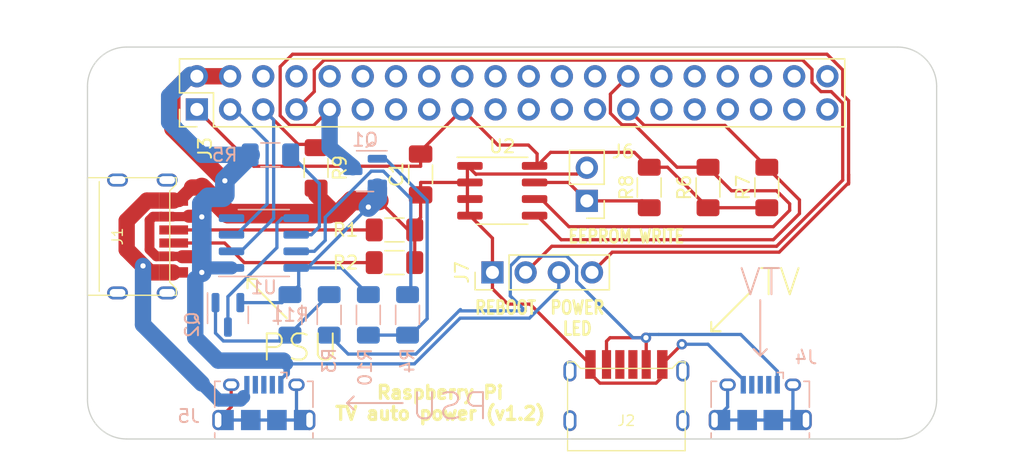
<source format=kicad_pcb>
(kicad_pcb (version 20211014) (generator pcbnew)
  (layers (0 "F.Cu" signal) (31 "B.Cu" signal) (34 "B.Paste" user) (35 "F.Paste" user) (36 "B.SilkS" user "B.Silkscreen") (37 "F.SilkS" user "F.Silkscreen") (38 "B.Mask" user) (39 "F.Mask" user) (44 "Edge.Cuts" user))
  (net 0 "")
  (net 1 "GND")
  (net 2 "+3V3")
  (net 3 "Net-(J1-PadA5)")
  (net 4 "+5V")
  (net 5 "Net-(J1-PadB5)")
  (net 7 "Net-(J2-PadA9)")
  (net 9 "gpio_shutdown")
  (net 10 "gpio_poweroff")
  (net 11 "gpio_reboot")
  (net 29 "eeprom_sd")
  (net 30 "eeprom_sc")
  (net 46 "unconnected-(J4-Pad6)")
  (net 50 "unconnected-(J5-Pad6)")
  (net 51 "Net-(J6-Pad1)")
  (net 52 "Net-(Q1-Pad1)")
  (net 53 "Net-(Q2-Pad1)")
  (net 54 "Net-(Q2-Pad3)")
  (net 55 "Net-(R4-Pad1)")
  (net 56 "Net-(R5-Pad1)")
  (net 57 "unconnected-(U1-Pad4)")
  (net 59 "Net-(J3-Pad9)")
  (footprint "Resistor_SMD:R_1206_3216Metric_Pad1.30x1.75mm_HandSolder" (layer "F.Cu") (at 106.5 42.75 90)
    (fp_text reference "R6" (at 0 -1.82 90) (layer "F.SilkS"))
    (fp_text value "R 3.9K")
    (pad "1" smd roundrect (at -1.55 0 90) (size 1.3 1.75) (layers "F.Cu" "F.Paste" "F.Mask") (roundrect_rratio 0.1923076923) (net 2 "+3V3"))
    (pad "2" smd roundrect (at 1.55 0 90) (size 1.3 1.75) (layers "F.Cu" "F.Paste" "F.Mask") (roundrect_rratio 0.1923076923) (net 30 "eeprom_sc"))
  )
  (footprint "Resistor_SMD:R_1206_3216Metric_Pad1.30x1.75mm_HandSolder" (layer "F.Cu") (at 111 42.75 90)
    (fp_text reference "R7" (at 0 -1.82 90) (layer "F.SilkS"))
    (fp_text value "R 3.9K")
    (pad "1" smd roundrect (at -1.55 0 90) (size 1.3 1.75) (layers "F.Cu" "F.Paste" "F.Mask") (roundrect_rratio 0.1923076923) (net 2 "+3V3"))
    (pad "2" smd roundrect (at 1.55 0 90) (size 1.3 1.75) (layers "F.Cu" "F.Paste" "F.Mask") (roundrect_rratio 0.1923076923) (net 29 "eeprom_sd"))
  )
  (footprint "Package_SO:SOIC-8_3.9x4.9mm_P1.27mm" (layer "F.Cu") (at 90.75 43)
    (fp_text reference "U2" (at 0 -3.4) (layer "F.SilkS"))
    (fp_text value "CAT24C32WI-GT3")
    (pad "1" smd roundrect (at -2.475 -1.905) (size 1.95 0.6) (layers "F.Cu" "F.Paste" "F.Mask") (net 1 "GND"))
    (pad "2" smd roundrect (at -2.475 -0.635) (size 1.95 0.6) (layers "F.Cu" "F.Paste" "F.Mask") (net 1 "GND"))
    (pad "3" smd roundrect (at -2.475 0.635) (size 1.95 0.6) (layers "F.Cu" "F.Paste" "F.Mask") (net 1 "GND"))
    (pad "4" smd roundrect (at -2.475 1.905) (size 1.95 0.6) (layers "F.Cu" "F.Paste" "F.Mask") (net 1 "GND"))
    (pad "5" smd roundrect (at 2.475 1.905) (size 1.95 0.6) (layers "F.Cu" "F.Paste" "F.Mask") (net 29 "eeprom_sd"))
    (pad "6" smd roundrect (at 2.475 0.635) (size 1.95 0.6) (layers "F.Cu" "F.Paste" "F.Mask") (net 30 "eeprom_sc"))
    (pad "7" smd roundrect (at 2.475 -0.635) (size 1.95 0.6) (layers "F.Cu" "F.Paste" "F.Mask") (net 51 "Net-(J6-Pad1)"))
    (pad "8" smd roundrect (at 2.475 -1.905) (size 1.95 0.6) (layers "F.Cu" "F.Paste" "F.Mask") (net 2 "+3V3"))
  )
  (footprint "Resistor_SMD:R_1206_3216Metric_Pad1.30x1.75mm_HandSolder" (layer "F.Cu") (at 102 42.75 -90)
    (fp_text reference "R8" (at 0 1.75 90) (layer "F.SilkS"))
    (fp_text value "R 1K")
    (pad "1" smd roundrect (at -1.55 0 270) (size 1.3 1.75) (layers "F.Cu" "F.Paste" "F.Mask") (roundrect_rratio 0.1923076923) (net 2 "+3V3"))
    (pad "2" smd roundrect (at 1.55 0 270) (size 1.3 1.75) (layers "F.Cu" "F.Paste" "F.Mask") (roundrect_rratio 0.1923076923) (net 51 "Net-(J6-Pad1)"))
  )
  (footprint "Connector_PinHeader_2.54mm:PinHeader_2x20_P2.54mm_Vertical" (layer "F.Cu") (at 67.375 36.775 90)
    (fp_text reference "J3" (at -2.975 0.625 90) (layer "F.SilkS"))
    (fp_text value "Raspberry_Pi_2_3")
    (pad "1" thru_hole rect (at 0 0 90) (size 1.7 1.7) (drill 1) (layers *.Cu *.Mask) (net 2 "+3V3"))
    (pad "2" thru_hole oval (at 2.54 0 90) (size 1.7 1.7) (drill 1) (layers *.Cu *.Mask) (net 4 "+5V"))
    (pad "3" thru_hole oval (at 0 2.54 90) (size 1.7 1.7) (drill 1) (layers *.Cu *.Mask) (net 9 "gpio_shutdown"))
    (pad "4" thru_hole oval (at 2.54 2.54 90) (size 1.7 1.7) (drill 1) (layers *.Cu *.Mask) (net 4 "+5V"))
    (pad "5" thru_hole oval (at 0 5.08 90) (size 1.7 1.7) (drill 1) (layers *.Cu *.Mask) (net 10 "gpio_poweroff"))
    (pad "6" thru_hole oval (at 2.54 5.08 90) (size 1.7 1.7) (drill 1) (layers *.Cu *.Mask))
    (pad "7" thru_hole oval (at 0 7.62 90) (size 1.7 1.7) (drill 1) (layers *.Cu *.Mask) (net 11 "gpio_reboot"))
    (pad "8" thru_hole oval (at 2.54 7.62 90) (size 1.7 1.7) (drill 1) (layers *.Cu *.Mask))
    (pad "9" thru_hole oval (at 0 10.16 90) (size 1.7 1.7) (drill 1) (layers *.Cu *.Mask) (net 59 "Net-(J3-Pad9)"))
    (pad "10" thru_hole oval (at 2.54 10.16 90) (size 1.7 1.7) (drill 1) (layers *.Cu *.Mask))
    (pad "11" thru_hole oval (at 0 12.7 90) (size 1.7 1.7) (drill 1) (layers *.Cu *.Mask))
    (pad "12" thru_hole oval (at 2.54 12.7 90) (size 1.7 1.7) (drill 1) (layers *.Cu *.Mask))
    (pad "13" thru_hole oval (at 0 15.24 90) (size 1.7 1.7) (drill 1) (layers *.Cu *.Mask))
    (pad "14" thru_hole oval (at 2.54 15.24 90) (size 1.7 1.7) (drill 1) (layers *.Cu *.Mask))
    (pad "15" thru_hole oval (at 0 17.78 90) (size 1.7 1.7) (drill 1) (layers *.Cu *.Mask))
    (pad "16" thru_hole oval (at 2.54 17.78 90) (size 1.7 1.7) (drill 1) (layers *.Cu *.Mask))
    (pad "17" thru_hole oval (at 0 20.32 90) (size 1.7 1.7) (drill 1) (layers *.Cu *.Mask) (net 2 "+3V3"))
    (pad "18" thru_hole oval (at 2.54 20.32 90) (size 1.7 1.7) (drill 1) (layers *.Cu *.Mask))
    (pad "19" thru_hole oval (at 0 22.86 90) (size 1.7 1.7) (drill 1) (layers *.Cu *.Mask))
    (pad "20" thru_hole oval (at 2.54 22.86 90) (size 1.7 1.7) (drill 1) (layers *.Cu *.Mask))
    (pad "21" thru_hole oval (at 0 25.4 90) (size 1.7 1.7) (drill 1) (layers *.Cu *.Mask))
    (pad "22" thru_hole oval (at 2.54 25.4 90) (size 1.7 1.7) (drill 1) (layers *.Cu *.Mask))
    (pad "23" thru_hole oval (at 0 27.94 90) (size 1.7 1.7) (drill 1) (layers *.Cu *.Mask))
    (pad "24" thru_hole oval (at 2.54 27.94 90) (size 1.7 1.7) (drill 1) (layers *.Cu *.Mask))
    (pad "25" thru_hole oval (at 0 30.48 90) (size 1.7 1.7) (drill 1) (layers *.Cu *.Mask))
    (pad "26" thru_hole oval (at 2.54 30.48 90) (size 1.7 1.7) (drill 1) (layers *.Cu *.Mask))
    (pad "27" thru_hole oval (at 0 33.02 90) (size 1.7 1.7) (drill 1) (layers *.Cu *.Mask) (net 29 "eeprom_sd"))
    (pad "28" thru_hole oval (at 2.54 33.02 90) (size 1.7 1.7) (drill 1) (layers *.Cu *.Mask) (net 30 "eeprom_sc"))
    (pad "29" thru_hole oval (at 0 35.56 90) (size 1.7 1.7) (drill 1) (layers *.Cu *.Mask))
    (pad "30" thru_hole oval (at 2.54 35.56 90) (size 1.7 1.7) (drill 1) (layers *.Cu *.Mask))
    (pad "31" thru_hole oval (at 0 38.1 90) (size 1.7 1.7) (drill 1) (layers *.Cu *.Mask))
    (pad "32" thru_hole oval (at 2.54 38.1 90) (size 1.7 1.7) (drill 1) (layers *.Cu *.Mask))
    (pad "33" thru_hole oval (at 0 40.64 90) (size 1.7 1.7) (drill 1) (layers *.Cu *.Mask))
    (pad "34" thru_hole oval (at 2.54 40.64 90) (size 1.7 1.7) (drill 1) (layers *.Cu *.Mask))
    (pad "35" thru_hole oval (at 0 43.18 90) (size 1.7 1.7) (drill 1) (layers *.Cu *.Mask))
    (pad "36" thru_hole oval (at 2.54 43.18 90) (size 1.7 1.7) (drill 1) (layers *.Cu *.Mask))
    (pad "37" thru_hole oval (at 0 45.72 90) (size 1.7 1.7) (drill 1) (layers *.Cu *.Mask))
    (pad "38" thru_hole oval (at 2.54 45.72 90) (size 1.7 1.7) (drill 1) (layers *.Cu *.Mask))
    (pad "39" thru_hole oval (at 0 48.26 90) (size 1.7 1.7) (drill 1) (layers *.Cu *.Mask))
    (pad "40" thru_hole oval (at 2.54 48.26 90) (size 1.7 1.7) (drill 1) (layers *.Cu *.Mask))
  )
  (footprint "MountingHole:MountingHole_2.7mm_M2.5" (layer "F.Cu") (at 62.5 35.5)
    (fp_text reference "H2" hide)
    (fp_text value "MountingHole_2.7mm_M2.5")
    (pad "" np_thru_hole circle (at 0 0) (size 2.7 2.7) (drill 2.7) (layers *.Cu *.Mask))
  )
  (footprint "MountingHole:MountingHole_2.7mm_M2.5" (layer "F.Cu") (at 120.5 58.5)
    (fp_text reference "H4" hide)
    (fp_text value "MountingHole_2.7mm_M2.5")
    (pad "" np_thru_hole circle (at 0 0) (size 2.7 2.7) (drill 2.7) (layers *.Cu *.Mask))
    (pad "" np_thru_hole circle (at 0 0) (size 2.7 2.7) (drill 2.7) (layers *.Cu *.Mask))
  )
  (footprint "Connector_PinHeader_2.54mm:PinHeader_1x04_P2.54mm_Vertical" (layer "F.Cu") (at 90 49.25 90)
    (fp_text reference "J7" (at 0 -2.33 90) (layer "F.SilkS"))
    (fp_text value "POWER LED / REBOOT KEY")
    (pad "1" thru_hole rect (at 0 0 90) (size 1.7 1.7) (drill 1) (layers *.Cu *.Mask) (net 1 "GND"))
    (pad "2" thru_hole oval (at 0 2.54 90) (size 1.7 1.7) (drill 1) (layers *.Cu *.Mask) (net 11 "gpio_reboot"))
    (pad "3" thru_hole oval (at 0 5.08 90) (size 1.7 1.7) (drill 1) (layers *.Cu *.Mask) (net 4 "+5V"))
    (pad "4" thru_hole oval (at 0 7.62 90) (size 1.7 1.7) (drill 1) (layers *.Cu *.Mask) (net 59 "Net-(J3-Pad9)"))
  )
  (footprint "Resistor_SMD:R_1206_3216Metric_Pad1.30x1.75mm_HandSolder" (layer "F.Cu") (at 76.5 41.25 -90)
    (fp_text reference "R9" (at 0 -1.82 90) (layer "F.SilkS"))
    (fp_text value "R10k")
    (pad "1" smd roundrect (at -1.55 0 270) (size 1.3 1.75) (layers "F.Cu" "F.Paste" "F.Mask") (roundrect_rratio 0.1923076923) (net 10 "gpio_poweroff"))
    (pad "2" smd roundrect (at 1.55 0 270) (size 1.3 1.75) (layers "F.Cu" "F.Paste" "F.Mask") (roundrect_rratio 0.1923076923) (net 1 "GND"))
  )
  (footprint "USB-C-Power-tester:TYPE-C-31-M-17_handsolder" (layer "F.Cu") (at 100.25 60.6)
    (fp_text reference "J2" (at 0 0) (layer "F.SilkS") (effects (font (size 0.8 0.8) (thickness 0.1))))
    (fp_text value "USB_C_TV")
    (pad "1" thru_hole roundrect locked (at 4.32 -3.8) (size 1 1.6) (drill oval 0.6 1.2) (layers *.Cu *.Mask) (roundrect_rratio 0.5))
    (pad "1" thru_hole roundrect locked (at -4.32 -3.8) (size 1 1.6) (drill oval 0.6 1.2) (layers *.Cu *.Mask) (roundrect_rratio 0.5))
    (pad "1" thru_hole roundrect locked (at 4.32 0) (size 1 1.6) (drill oval 0.6 1.2) (layers *.Cu *.Mask) (roundrect_rratio 0.5))
    (pad "1" thru_hole roundrect locked (at -4.32 0) (size 1 1.6) (drill oval 0.6 1.2) (layers *.Cu *.Mask) (roundrect_rratio 0.5))
    (pad "A5" smd rect locked (at -0.5 -4.3) (size 0.7 2.2) (layers "F.Cu" "F.Paste" "F.Mask"))
    (pad "A9" smd rect locked (at 1.52 -4.3) (size 0.7 2.2) (layers "F.Cu" "F.Paste" "F.Mask") (net 7 "Net-(J2-PadA9)"))
    (pad "A12" smd rect locked (at 2.75 -4.3) (size 0.8 2.2) (layers "F.Cu" "F.Paste" "F.Mask") (net 1 "GND"))
    (pad "B5" smd rect locked (at 0.5 -4.3) (size 0.7 2.2) (layers "F.Cu" "F.Paste" "F.Mask"))
    (pad "B9" smd rect locked (at -1.52 -4.3) (size 0.7 2.2) (layers "F.Cu" "F.Paste" "F.Mask") (net 7 "Net-(J2-PadA9)"))
    (pad "B12" smd rect locked (at -2.75 -4.3) (size 0.8 2.2) (layers "F.Cu" "F.Paste" "F.Mask") (net 1 "GND"))
  )
  (footprint "Resistor_SMD:R_1206_3216Metric_Pad1.30x1.75mm_HandSolder" (layer "F.Cu") (at 82.5 46)
    (fp_text reference "R1" (at -3.75 0) (layer "F.SilkS"))
    (fp_text value "R 5k1")
    (pad "1" smd roundrect (at -1.55 0) (size 1.3 1.75) (layers "F.Cu" "F.Paste" "F.Mask") (roundrect_rratio 0.1923076923) (net 3 "Net-(J1-PadA5)"))
    (pad "2" smd roundrect (at 1.55 0) (size 1.3 1.75) (layers "F.Cu" "F.Paste" "F.Mask") (roundrect_rratio 0.1923076923) (net 1 "GND"))
  )
  (footprint "MountingHole:MountingHole_2.7mm_M2.5" (layer "F.Cu") (at 120.5 35.5)
    (fp_text reference "H3" hide)
    (fp_text value "MountingHole_2.7mm_M2.5")
    (pad "" np_thru_hole circle (at 0 0) (size 2.7 2.7) (drill 2.7) (layers *.Cu *.Mask))
    (pad "" np_thru_hole circle (at 0 0) (size 2.7 2.7) (drill 2.7) (layers *.Cu *.Mask))
  )
  (footprint "Capacitor_SMD:C_1206_3216Metric_Pad1.33x1.80mm_HandSolder" (layer "F.Cu") (at 84.5 41.75 90)
    (fp_text reference "C1" (at 0 -1.85 90) (layer "F.SilkS"))
    (fp_text value "C 100n")
    (pad "1" smd roundrect (at -1.5625 0 90) (size 1.325 1.8) (layers "F.Cu" "F.Paste" "F.Mask") (roundrect_rratio 0.1886792453) (net 1 "GND"))
    (pad "2" smd roundrect (at 1.5625 0 90) (size 1.325 1.8) (layers "F.Cu" "F.Paste" "F.Mask") (roundrect_rratio 0.1886792453) (net 2 "+3V3"))
  )
  (footprint "Connector_PinHeader_2.54mm:PinHeader_1x02_P2.54mm_Vertical" (layer "F.Cu") (at 97.225 43.775 180)
    (fp_text reference "J6" (at -2.775 3.775) (layer "F.SilkS"))
    (fp_text value "EEPROM WRITE")
    (pad "1" thru_hole rect (at 0 0 180) (size 1.7 1.7) (drill 1) (layers *.Cu *.Mask) (net 51 "Net-(J6-Pad1)"))
    (pad "2" thru_hole oval (at 0 2.54 180) (size 1.7 1.7) (drill 1) (layers *.Cu *.Mask) (net 1 "GND"))
  )
  (footprint "USB-C-Power-tester:TYPE-C-31-M-17_handsolder" (layer "F.Cu") (at 61.3 46.5 -90)
    (fp_text reference "J1" (at 0 0 -90) (layer "F.SilkS") (effects (font (size 0.8 0.8) (thickness 0.1))))
    (fp_text value "USB_C_MAIN")
    (pad "1" thru_hole roundrect locked (at 4.32 -3.8 270) (size 1 1.6) (drill oval 0.6 1.2) (layers *.Cu *.Mask) (roundrect_rratio 0.5))
    (pad "1" thru_hole roundrect locked (at -4.32 -3.8 270) (size 1 1.6) (drill oval 0.6 1.2) (layers *.Cu *.Mask) (roundrect_rratio 0.5))
    (pad "1" thru_hole roundrect locked (at -4.32 0 270) (size 1 1.6) (drill oval 0.6 1.2) (layers *.Cu *.Mask) (roundrect_rratio 0.5))
    (pad "1" thru_hole roundrect locked (at 4.32 0 270) (size 1 1.6) (drill oval 0.6 1.2) (layers *.Cu *.Mask) (roundrect_rratio 0.5))
    (pad "A5" smd rect locked (at -0.5 -4.3 270) (size 0.7 2.2) (layers "F.Cu" "F.Paste" "F.Mask") (net 3 "Net-(J1-PadA5)"))
    (pad "A9" smd rect locked (at 1.52 -4.3 270) (size 0.7 2.2) (layers "F.Cu" "F.Paste" "F.Mask") (net 4 "+5V"))
    (pad "A12" smd rect locked (at 2.75 -4.3 270) (size 0.8 2.2) (layers "F.Cu" "F.Paste" "F.Mask") (net 1 "GND"))
    (pad "B5" smd rect locked (at 0.5 -4.3 270) (size 0.7 2.2) (layers "F.Cu" "F.Paste" "F.Mask") (net 5 "Net-(J1-PadB5)"))
    (pad "B9" smd rect locked (at -1.52 -4.3 270) (size 0.7 2.2) (layers "F.Cu" "F.Paste" "F.Mask") (net 4 "+5V"))
    (pad "B12" smd rect locked (at -2.75 -4.3 270) (size 0.8 2.2) (layers "F.Cu" "F.Paste" "F.Mask") (net 1 "GND"))
  )
  (footprint "MountingHole:MountingHole_2.7mm_M2.5" (layer "F.Cu") (at 62.5 58.5)
    (fp_text reference "H1" hide)
    (fp_text value "MountingHole_2.7mm_M2.5")
    (pad "" np_thru_hole circle (at 0 0) (size 2.7 2.7) (drill 2.7) (layers *.Cu *.Mask))
    (pad "" np_thru_hole circle (at 0 0) (size 2.7 2.7) (drill 2.7) (layers *.Cu *.Mask))
  )
  (footprint "Resistor_SMD:R_1206_3216Metric_Pad1.30x1.75mm_HandSolder" (layer "F.Cu") (at 82.5 48.5)
    (fp_text reference "R2" (at -3.75 0) (layer "F.SilkS"))
    (fp_text value "R 5k1")
    (pad "1" smd roundrect (at -1.55 0) (size 1.3 1.75) (layers "F.Cu" "F.Paste" "F.Mask") (roundrect_rratio 0.1923076923) (net 5 "Net-(J1-PadB5)"))
    (pad "2" smd roundrect (at 1.55 0) (size 1.3 1.75) (layers "F.Cu" "F.Paste" "F.Mask") (roundrect_rratio 0.1923076923) (net 1 "GND"))
  )
  (footprint "Package_TO_SOT_SMD:SOT-23" (layer "B.Cu") (at 69.75 52.5 -90)
    (fp_text reference "Q2" (at 0.75 2.75 90) (layer "B.SilkS") (effects (justify mirror)))
    (fp_text value "BSS138")
    (pad "1" smd roundrect (at -0.9375 0.95 270) (size 1.475 0.6) (layers "B.Cu" "B.Paste" "B.Mask") (net 53 "Net-(Q2-Pad1)"))
    (pad "2" smd roundrect (at -0.9375 -0.95 270) (size 1.475 0.6) (layers "B.Cu" "B.Paste" "B.Mask") (net 1 "GND"))
    (pad "3" smd roundrect (at 0.9375 0 270) (size 1.475 0.6) (layers "B.Cu" "B.Paste" "B.Mask") (net 54 "Net-(Q2-Pad3)"))
  )
  (footprint "Package_SO:SOIC-8_3.9x4.9mm_P1.27mm" (layer "B.Cu") (at 72.5 47)
    (fp_text reference "U1" (at 0 3.4) (layer "B.SilkS") (effects (justify mirror)))
    (fp_text value "ATtiny412-SS")
    (pad "1" smd roundrect (at -2.475 1.905) (size 1.95 0.6) (layers "B.Cu" "B.Paste" "B.Mask") (net 4 "+5V"))
    (pad "2" smd roundrect (at -2.475 0.635) (size 1.95 0.6) (layers "B.Cu" "B.Paste" "B.Mask") (net 10 "gpio_poweroff"))
    (pad "3" smd roundrect (at -2.475 -0.635) (size 1.95 0.6) (layers "B.Cu" "B.Paste" "B.Mask") (net 9 "gpio_shutdown"))
    (pad "4" smd roundrect (at -2.475 -1.905) (size 1.95 0.6) (layers "B.Cu" "B.Paste" "B.Mask") (net 57 "unconnected-(U1-Pad4)"))
    (pad "5" smd roundrect (at 2.475 -1.905) (size 1.95 0.6) (layers "B.Cu" "B.Paste" "B.Mask") (net 54 "Net-(Q2-Pad3)"))
    (pad "6" smd roundrect (at 2.475 -0.635) (size 1.95 0.6) (layers "B.Cu" "B.Paste" "B.Mask") (net 56 "Net-(R5-Pad1)"))
    (pad "7" smd roundrect (at 2.475 0.635) (size 1.95 0.6) (layers "B.Cu" "B.Paste" "B.Mask") (net 55 "Net-(R4-Pad1)"))
    (pad "8" smd roundrect (at 2.475 1.905) (size 1.95 0.6) (layers "B.Cu" "B.Paste" "B.Mask") (net 1 "GND"))
  )
  (footprint "Connector_USB:USB_Micro-B_Amphenol_10118194_Horizontal" (layer "B.Cu") (at 72.5 59.25 180)
    (fp_text reference "J5" (at 5.75 -1) (layer "B.SilkS") (effects (justify mirror)))
    (fp_text value "USB_B_Micro_MAIN")
    (pad "1" smd rect (at -1.3 1.4 180) (size 0.4 1.35) (layers "B.Cu" "B.Paste" "B.Mask") (net 4 "+5V"))
    (pad "2" smd rect (at -0.65 1.4 180) (size 0.4 1.35) (layers "B.Cu" "B.Paste" "B.Mask"))
    (pad "3" smd rect (at 0 1.4 180) (size 0.4 1.35) (layers "B.Cu" "B.Paste" "B.Mask"))
    (pad "4" smd rect (at 0.65 1.4 180) (size 0.4 1.35) (layers "B.Cu" "B.Paste" "B.Mask"))
    (pad "5" smd rect (at 1.3 1.4 180) (size 0.4 1.35) (layers "B.Cu" "B.Paste" "B.Mask") (net 1 "GND"))
    (pad "6" smd rect (at -1 -1.3 180) (size 1.5 1.55) (layers "B.Cu" "B.Paste" "B.Mask") (net 50 "unconnected-(J5-Pad6)"))
    (pad "6" smd rect (at 1 -1.3 180) (size 1.5 1.55) (layers "B.Cu" "B.Paste" "B.Mask") (net 50 "unconnected-(J5-Pad6)"))
    (pad "6" thru_hole oval (at -2.5 1.4 180) (size 1.25 0.95) (drill oval 0.85 0.55) (layers *.Cu *.Mask) (net 50 "unconnected-(J5-Pad6)"))
    (pad "6" thru_hole oval (at 3.5 -1.3 180) (size 0.89 1.55) (drill oval 0.5 1.15) (layers *.Cu *.Mask) (net 50 "unconnected-(J5-Pad6)"))
    (pad "6" smd rect (at 2.9 -1.3 180) (size 1.2 1.55) (layers "B.Cu" "B.Paste" "B.Mask") (net 50 "unconnected-(J5-Pad6)"))
    (pad "6" smd rect (at -2.9 -1.3 180) (size 1.2 1.55) (layers "B.Cu" "B.Paste" "B.Mask") (net 50 "unconnected-(J5-Pad6)"))
    (pad "6" thru_hole oval (at -3.5 -1.3 180) (size 0.89 1.55) (drill oval 0.5 1.15) (layers *.Cu *.Mask) (net 50 "unconnected-(J5-Pad6)"))
    (pad "6" thru_hole oval (at 2.5 1.4 180) (size 1.25 0.95) (drill oval 0.85 0.55) (layers *.Cu *.Mask) (net 50 "unconnected-(J5-Pad6)"))
  )
  (footprint "Resistor_SMD:R_1206_3216Metric_Pad1.30x1.75mm_HandSolder" (layer "B.Cu") (at 80.5 52.5 90)
    (fp_text reference "R10" (at -4 -0.25 90) (layer "B.SilkS") (effects (justify mirror)))
    (fp_text value "R10k")
    (pad "1" smd roundrect (at -1.55 0 90) (size 1.3 1.75) (layers "B.Cu" "B.Paste" "B.Mask") (roundrect_rratio 0.1923076923) (net 52 "Net-(Q1-Pad1)"))
    (pad "2" smd roundrect (at 1.55 0 90) (size 1.3 1.75) (layers "B.Cu" "B.Paste" "B.Mask") (roundrect_rratio 0.1923076923) (net 1 "GND"))
  )
  (footprint "Connector_USB:USB_Micro-B_Amphenol_10118194_Horizontal" (layer "B.Cu") (at 110.5 59.25 180)
    (fp_text reference "J4" (at -3.5 3.5) (layer "B.SilkS") (effects (justify mirror)))
    (fp_text value "USB_B_Micro_TV")
    (pad "1" smd rect (at -1.3 1.4 180) (size 0.4 1.35) (layers "B.Cu" "B.Paste" "B.Mask") (net 7 "Net-(J2-PadA9)"))
    (pad "2" smd rect (at -0.65 1.4 180) (size 0.4 1.35) (layers "B.Cu" "B.Paste" "B.Mask"))
    (pad "3" smd rect (at 0 1.4 180) (size 0.4 1.35) (layers "B.Cu" "B.Paste" "B.Mask"))
    (pad "4" smd rect (at 0.65 1.4 180) (size 0.4 1.35) (layers "B.Cu" "B.Paste" "B.Mask"))
    (pad "5" smd rect (at 1.3 1.4 180) (size 0.4 1.35) (layers "B.Cu" "B.Paste" "B.Mask") (net 1 "GND"))
    (pad "6" smd rect (at 2.9 -1.3 180) (size 1.2 1.55) (layers "B.Cu" "B.Paste" "B.Mask") (net 46 "unconnected-(J4-Pad6)"))
    (pad "6" smd rect (at 1 -1.3 180) (size 1.5 1.55) (layers "B.Cu" "B.Paste" "B.Mask") (net 46 "unconnected-(J4-Pad6)"))
    (pad "6" thru_hole oval (at -2.5 1.4 180) (size 1.25 0.95) (drill oval 0.85 0.55) (layers *.Cu *.Mask) (net 46 "unconnected-(J4-Pad6)"))
    (pad "6" smd rect (at -1 -1.3 180) (size 1.5 1.55) (layers "B.Cu" "B.Paste" "B.Mask") (net 46 "unconnected-(J4-Pad6)"))
    (pad "6" thru_hole oval (at -3.5 -1.3 180) (size 0.89 1.55) (drill oval 0.5 1.15) (layers *.Cu *.Mask) (net 46 "unconnected-(J4-Pad6)"))
    (pad "6" thru_hole oval (at 3.5 -1.3 180) (size 0.89 1.55) (drill oval 0.5 1.15) (layers *.Cu *.Mask) (net 46 "unconnected-(J4-Pad6)"))
    (pad "6" thru_hole oval (at 2.5 1.4 180) (size 1.25 0.95) (drill oval 0.85 0.55) (layers *.Cu *.Mask) (net 46 "unconnected-(J4-Pad6)"))
    (pad "6" smd rect (at -2.9 -1.3 180) (size 1.2 1.55) (layers "B.Cu" "B.Paste" "B.Mask") (net 46 "unconnected-(J4-Pad6)"))
  )
  (footprint "Package_TO_SOT_SMD:SOT-23" (layer "B.Cu") (at 80.25 41.5 180)
    (fp_text reference "Q1" (at 0 2.4) (layer "B.SilkS") (effects (justify mirror)))
    (fp_text value "AO3400")
    (pad "1" smd roundrect (at -0.9375 0.95 180) (size 1.475 0.6) (layers "B.Cu" "B.Paste" "B.Mask") (net 52 "Net-(Q1-Pad1)"))
    (pad "2" smd roundrect (at -0.9375 -0.95 180) (size 1.475 0.6) (layers "B.Cu" "B.Paste" "B.Mask") (net 1 "GND"))
    (pad "3" smd roundrect (at 0.9375 0 180) (size 1.475 0.6) (layers "B.Cu" "B.Paste" "B.Mask") (net 59 "Net-(J3-Pad9)"))
  )
  (footprint "Resistor_SMD:R_1206_3216Metric_Pad1.30x1.75mm_HandSolder" (layer "B.Cu") (at 74.5 52.5 90)
    (fp_text reference "R11" (at 0 0 180) (layer "B.SilkS") (effects (justify mirror)))
    (fp_text value "R10k")
    (pad "1" smd roundrect (at -1.55 0 90) (size 1.3 1.75) (layers "B.Cu" "B.Paste" "B.Mask") (roundrect_rratio 0.1923076923) (net 53 "Net-(Q2-Pad1)"))
    (pad "2" smd roundrect (at 1.55 0 90) (size 1.3 1.75) (layers "B.Cu" "B.Paste" "B.Mask") (roundrect_rratio 0.1923076923) (net 1 "GND"))
  )
  (footprint "Resistor_SMD:R_1206_3216Metric_Pad1.30x1.75mm_HandSolder" (layer "B.Cu") (at 83.5 52.5 -90)
    (fp_text reference "R4" (at 3.5 0 90) (layer "B.SilkS") (effects (justify mirror)))
    (fp_text value "R 1k")
    (pad "1" smd roundrect (at -1.55 0 270) (size 1.3 1.75) (layers "B.Cu" "B.Paste" "B.Mask") (roundrect_rratio 0.1923076923) (net 55 "Net-(R4-Pad1)"))
    (pad "2" smd roundrect (at 1.55 0 270) (size 1.3 1.75) (layers "B.Cu" "B.Paste" "B.Mask") (roundrect_rratio 0.1923076923) (net 52 "Net-(Q1-Pad1)"))
  )
  (footprint "Resistor_SMD:R_1206_3216Metric_Pad1.30x1.75mm_HandSolder" (layer "B.Cu") (at 73 40.25 180)
    (fp_text reference "R5" (at 3.5 0) (layer "B.SilkS") (effects (justify mirror)))
    (fp_text value "R10k")
    (pad "1" smd roundrect (at -1.55 0 180) (size 1.3 1.75) (layers "B.Cu" "B.Paste" "B.Mask") (roundrect_rratio 0.1923076923) (net 56 "Net-(R5-Pad1)"))
    (pad "2" smd roundrect (at 1.55 0 180) (size 1.3 1.75) (layers "B.Cu" "B.Paste" "B.Mask") (roundrect_rratio 0.1923076923) (net 4 "+5V"))
  )
  (footprint "Resistor_SMD:R_1206_3216Metric_Pad1.30x1.75mm_HandSolder" (layer "B.Cu") (at 77.5 52.5 90)
    (fp_text reference "R3" (at -3.5 0 90) (layer "B.SilkS") (effects (justify mirror)))
    (fp_text value "R1k")
    (pad "1" smd roundrect (at -1.55 0 90) (size 1.3 1.75) (layers "B.Cu" "B.Paste" "B.Mask") (roundrect_rratio 0.1923076923) (net 7 "Net-(J2-PadA9)"))
    (pad "2" smd roundrect (at 1.55 0 90) (size 1.3 1.75) (layers "B.Cu" "B.Paste" "B.Mask") (roundrect_rratio 0.1923076923) (net 53 "Net-(Q2-Pad1)"))
  )
  (gr_line (start 110 55.125) (end 110.5 55.625) (layer "B.SilkS") (width 0.15))
  (gr_line (start 110.5 55.625) (end 110.5 51.375) (layer "B.SilkS") (width 0.15))
  (gr_line (start 78.875 59.25) (end 83.125 59.25) (layer "B.SilkS") (width 0.15))
  (gr_line (start 78.875 59.25) (end 79.375 58.75) (layer "B.SilkS") (width 0.15))
  (gr_line (start 79.375 58.75) (end 78.875 59.25) (layer "B.SilkS") (width 0.15))
  (gr_line (start 110.5 55.625) (end 110 55.125) (layer "B.SilkS") (width 0.15))
  (gr_line (start 79.375 59.75) (end 78.875 59.25) (layer "B.SilkS") (width 0.15))
  (gr_line (start 111 55.125) (end 110.5 55.625) (layer "B.SilkS") (width 0.15))
  (gr_line (start 107.454505 53.752602) (end 106.747398 53.752602) (layer "F.SilkS") (width 0.15))
  (gr_line (start 106.747398 53.752602) (end 107.454505 53.752602) (layer "F.SilkS") (width 0.15))
  (gr_line (start 71.247398 50.457107) (end 71.247398 49.75) (layer "F.SilkS") (width 0.15))
  (gr_line (start 71.247398 49.75) (end 71.954505 49.75) (layer "F.SilkS") (width 0.15))
  (gr_line (start 74.252602 52.755204) (end 71.247398 49.75) (layer "F.SilkS") (width 0.15))
  (gr_line (start 109.752602 50.747398) (end 106.747398 53.752602) (layer "F.SilkS") (width 0.15))
  (gr_line (start 71.247398 49.75) (end 71.247398 50.457107) (layer "F.SilkS") (width 0.15))
  (gr_line (start 106.747398 53.752602) (end 106.747398 53.045495) (layer "F.SilkS") (width 0.15))
  (gr_arc (start 59 35) (mid 59.87868 32.87868) (end 62 32) (layer "Edge.Cuts") (width 0.1))
  (gr_arc (start 124 59) (mid 123.12132 61.12132) (end 121 62) (layer "Edge.Cuts") (width 0.1))
  (gr_line (start 121 32) (end 62 32) (layer "Edge.Cuts") (width 0.1))
  (gr_line (start 59 35) (end 59 59) (layer "Edge.Cuts") (width 0.1))
  (gr_line (start 124 59) (end 124 35) (layer "Edge.Cuts") (width 0.1))
  (gr_arc (start 62 62) (mid 59.87868 61.12132) (end 59 59) (layer "Edge.Cuts") (width 0.1))
  (gr_rect (start 54.864 28.448) (end 54.864 28.448) (layer "Edge.Cuts") (width 0.1) (fill none))
  (gr_arc (start 121 32) (mid 123.12132 32.87868) (end 124 35) (layer "Edge.Cuts") (width 0.1))
  (gr_line (start 62 62) (end 121 62) (layer "Edge.Cuts") (width 0.1))
  (gr_text "TV" (at 110.5 50) (layer "B.SilkS") (effects (font (size 2 2)) (justify mirror)))
  (gr_text "PSU" (at 86.75 59.5) (layer "B.SilkS") (effects (font (size 2 2)) (justify mirror)))
  (gr_text "REBOOT" (at 91 51.95) (layer "F.SilkS") (effects (font (size 1 0.8) (thickness 0.2))))
  (gr_text "PSU" (at 75.25 55) (layer "F.SilkS") (effects (font (size 2 2))))
  (gr_text "TV" (at 112 50) (layer "F.SilkS") (effects (font (size 2 2))))
  (gr_text "POWER\nLED" (at 96.5 52.75) (layer "F.SilkS") (effects (font (size 1 0.8) (thickness 0.2))))
  (gr_text "Raspberry Pi\nTV auto power (v1.2)" (at 86 59.25) (layer "F.SilkS") (effects (font (size 1 1) (thickness 0.25))))
  (gr_text "EEPROM WRITE" (at 100.25 46.5) (layer "F.SilkS") (effects (font (size 1 0.8) (thickness 0.2))))
  (segment (start 78.75 44.25) (end 78.25 44.75) (width 1.5) (layer "F.Cu") (net 1))
  (segment (start 66 43.75) (end 65.5325 43.75) (width 1) (layer "F.Cu") (net 1))
  (segment (start 84.5 45.05) (end 83.55 46) (width 0.25) (layer "F.Cu") (net 1))
  (segment (start 78.75 44.25) (end 79.25 43.75) (width 1.5) (layer "F.Cu") (net 1))
  (segment (start 90 46.63) (end 90 50.5) (width 0.25) (layer "F.Cu") (net 1))
  (segment (start 97.5 56.3) (end 97.5 57) (width 0.25) (layer "F.Cu") (net 1))
  (segment (start 62 45.302944) (end 63.552944 43.75) (width 1.25) (layer "F.Cu") (net 1))
  (segment (start 81.3 43.75) (end 83.55 46) (width 0.25) (layer "F.Cu") (net 1))
  (segment (start 103 56.3) (end 103 56.25) (width 0.25) (layer "F.Cu") (net 1))
  (segment (start 103 57.25) (end 103 56.3) (width 0.25) (layer "F.Cu") (net 1))
  (segment (start 84.5 42.3775) (end 84.5125 42.365) (width 0.25) (layer "F.Cu") (net 1))
  (segment (start 88.083 41.095) (end 88.738 41.75) (width 0.25) (layer "F.Cu") (net 1))
  (segment (start 69.75 44.75) (end 67.75 42.75) (width 1.5) (layer "F.Cu") (net 1))
  (segment (start 79.25 43.75) (end 80.5 43.75) (width 1.5) (layer "F.Cu") (net 1))
  (segment (start 80.5 43.75) (end 81.3 43.75) (width 1.5) (layer "F.Cu") (net 1))
  (segment (start 84.5 42.3775) (end 84.5 45.05) (width 0.25) (layer "F.Cu") (net 1))
  (segment (start 98.225 57.725) (end 102.525 57.725) (width 0.25) (layer "F.Cu") (net 1))
  (segment (start 97.5 57) (end 98.225 57.725) (width 0.25) (layer "F.Cu") (net 1))
  (segment (start 62 47.5) (end 62 45.302944) (width 1.25) (layer "F.Cu") (net 1))
  (segment (start 97.5 56.3) (end 92.875 51.675) (width 0.25) (layer "F.Cu") (net 1))
  (segment (start 77.75 44.25) (end 78.75 44.25) (width 0.25) (layer "F.Cu") (net 1))
  (segment (start 65.5325 49.25) (end 63.75 49.25) (width 1.25) (layer "F.Cu") (net 1))
  (segment (start 96.955 41.235) (end 97.225 41.235) (width 0.25) (layer "F.Cu") (net 1))
  (segment (start 103 56.25) (end 104.5 54.75) (width 0.25) (layer "F.Cu") (net 1))
  (segment (start 80.5 43.75) (end 80.5 44.25) (width 1.25) (layer "F.Cu") (net 1))
  (segment (start 77.5 44.75) (end 69.75 44.75) (width 1.5) (layer "F.Cu") (net 1))
  (segment (start 67 42.75) (end 66 43.75) (width 1) (layer "F.Cu") (net 1))
  (segment (start 84.05 48.5) (end 84.05 46) (width 0.25) (layer "F.Cu") (net 1))
  (segment (start 88.738 41.75) (end 88.768 41.72) (width 0.25) (layer "F.Cu") (net 1))
  (segment (start 63.75 49.25) (end 63.25 48.75) (width 1.25) (layer "F.Cu") (net 1))
  (segment (start 102.525 57.725) (end 103 57.25) (width 0.25) (layer "F.Cu") (net 1))
  (segment (start 78.25 44.75) (end 77.5 44.75) (width 1.25) (layer "F.Cu") (net 1))
  (segment (start 77.5 44.3) (end 76.5 43.3) (width 1.25) (layer "F.Cu") (net 1))
  (segment (start 63.552944 43.75) (end 65.6 43.75) (width 1.25) (layer "F.Cu") (net 1))
  (segment (start 88.083 41.095) (end 88.083 44.905) (width 0.25) (layer "F.Cu") (net 1))
  (segment (start 77.5 44.75) (end 77.5 44.3) (width 1.25) (layer "F.Cu") (net 1))
  (segment (start 96.71 41.75) (end 97.225 41.235) (width 0.25) (layer "F.Cu") (net 1))
  (segment (start 63.25 48.75) (end 62 47.5) (width 1.25) (layer "F.Cu") (net 1))
  (segment (start 88.768 41.72) (end 96.47 41.72) (width 0.25) (layer "F.Cu") (net 1))
  (segment (start 88.275 44.905) (end 90 46.63) (width 0.25) (layer "F.Cu") (net 1))
  (segment (start 96.47 41.72) (end 96.955 41.235) (width 0.25) (layer "F.Cu") (net 1))
  (segment (start 91.175 51.675) (end 90 50.5) (width 0.25) (layer "F.Cu") (net 1))
  (segment (start 92.875 51.675) (end 91.175 51.675) (width 0.25) (layer "F.Cu") (net 1))
  (segment (start 84.5125 42.365) (end 88.083 42.365) (width 0.25) (layer "F.Cu") (net 1))
  (segment (start 67 42.75) (end 67.75 42.75) (width 1.25) (layer "F.Cu") (net 1))
  (via (at 80.5 44.25) (size 0.8) (drill 0.4) (layers "F.Cu" "B.Cu") (net 1))
  (via (at 104.5 54.75) (size 0.8) (drill 0.4) (layers "F.Cu" "B.Cu") (net 1))
  (via (at 63.25 48.75) (size 0.8) (drill 0.4) (layers "F.Cu" "B.Cu") (net 1))
  (segment (start 70.7 51.5625) (end 73.8875 51.5625) (width 0.25) (layer "B.Cu") (net 1))
  (segment (start 80.5 44.25) (end 75.845 48.905) (width 0.25) (layer "B.Cu") (net 1))
  (segment (start 67.75 57.75) (end 69.025 59.025) (width 1) (layer "B.Cu") (net 1))
  (segment (start 63.25 53.25) (end 67.75 57.75) (width 1.25) (layer "B.Cu") (net 1))
  (segment (start 81.1875 42.8) (end 81.1875 43.5625) (width 1.5) (layer "B.Cu") (net 1))
  (segment (start 106.5 54.75) (end 104.5 54.75) (width 0.25) (layer "B.Cu") (net 1))
  (segment (start 69.025 59.025) (end 70.725 59.025) (width 1) (layer "B.Cu") (net 1))
  (segment (start 75.845 48.905) (end 74.975 48.905) (width 0.25) (layer "B.Cu") (net 1))
  (segment (start 63.25 48.75) (end 63.25 53.25) (width 1.25) (layer "B.Cu") (net 1))
  (segment (start 75.167 50.283) (end 75.167 49.097) (width 0.25) (layer "B.Cu") (net 1))
  (segment (start 80.5 50.95) (end 78.455 48.905) (width 0.25) (layer "B.Cu") (net 1))
  (segment (start 75.167 50.283) (end 74.5 50.95) (width 0.25) (layer "B.Cu") (net 1))
  (segment (start 73.8875 51.5625) (end 74.5 50.95) (width 0.25) (layer "B.Cu") (net 1))
  (segment (start 109.2 57.85) (end 109.2 57.45) (width 0.25) (layer "B.Cu") (net 1))
  (segment (start 75.167 49.097) (end 74.975 48.905) (width 0.25) (layer "B.Cu") (net 1))
  (segment (start 81.1875 43.5625) (end 80.5 44.25) (width 1.5) (layer "B.Cu") (net 1))
  (segment (start 78.455 48.905) (end 74.975 48.905) (width 0.25) (layer "B.Cu") (net 1))
  (segment (start 70.725 59.025) (end 70.95 58.8) (width 1) (layer "B.Cu") (net 1))
  (segment (start 109.2 57.45) (end 106.5 54.75) (width 0.25) (layer "B.Cu") (net 1))
  (segment (start 70.95 58.8) (end 70.95 58.75) (width 1) (layer "B.Cu") (net 1))
  (segment (start 87.695 36.775) (end 84.5 39.97) (width 0.25) (layer "F.Cu") (net 2))
  (segment (start 71.7225 41.1225) (end 84.5 41.1225) (width 0.25) (layer "F.Cu") (net 2))
  (segment (start 102 41.2) (end 103.4 41.2) (width 0.25) (layer "F.Cu") (net 2))
  (segment (start 87.695 36.775) (end 90.42 39.5) (width 0.25) (layer "F.Cu") (net 2))
  (segment (start 94.452 40.06) (end 100.86 40.06) (width 0.25) (layer "F.Cu") (net 2))
  (segment (start 93.417 41.095) (end 94.452 40.06) (width 0.25) (layer "F.Cu") (net 2))
  (segment (start 84.5 39.97) (end 84.5 41.1225) (width 0.25) (layer "F.Cu") (net 2))
  (segment (start 67.375 36.775) (end 71.7225 41.1225) (width 0.25) (layer "F.Cu") (net 2))
  (segment (start 93.417 40.167) (end 93.417 41.095) (width 0.25) (layer "F.Cu") (net 2))
  (segment (start 103.4 41.2) (end 106.5 44.3) (width 0.25) (layer "F.Cu") (net 2))
  (segment (start 90.42 39.5) (end 92.75 39.5) (width 0.25) (layer "F.Cu") (net 2))
  (segment (start 92.75 39.5) (end 93.417 40.167) (width 0.25) (layer "F.Cu") (net 2))
  (segment (start 106.5 44.3) (end 111 44.3) (width 0.25) (layer "F.Cu") (net 2))
  (segment (start 100.86 40.06) (end 102 41.2) (width 0.25) (layer "F.Cu") (net 2))
  (segment (start 80.45 46) (end 65.5325 46) (width 0.25) (layer "F.Cu") (net 3))
  (segment (start 63.75 47.5) (end 64.27 48.02) (width 0.75) (layer "F.Cu") (net 4))
  (segment (start 69.5155 42.2345) (end 69.4845 42.2345) (width 1) (layer "F.Cu") (net 4))
  (segment (start 67.375 34.235) (end 69.915 34.235) (width 1.25) (layer "F.Cu") (net 4))
  (segment (start 67.7 44.95) (end 66.75 44.95) (width 1) (layer "F.Cu") (net 4))
  (segment (start 67.55 48.05) (end 67.75 48.25) (width 1) (layer "F.Cu") (net 4))
  (segment (start 66.765 34.235) (end 67.375 34.235) (width 1) (layer "F.Cu") (net 4))
  (segment (start 67.75 48.25) (end 67.75 49.25) (width 1) (layer "F.Cu") (net 4))
  (segment (start 64.02 44.98) (end 64 45) (width 0.25) (layer "F.Cu") (net 4))
  (segment (start 64.27 48.02) (end 65.5325 48.02) (width 0.75) (layer "F.Cu") (net 4))
  (segment (start 65.5 38.25) (end 65.5 35.5) (width 1.25) (layer "F.Cu") (net 4))
  (segment (start 64 45) (end 63.75 45.25) (width 0.75) (layer "F.Cu") (net 4))
  (segment (start 63.75 45.25) (end 63.75 47.5) (width 0.75) (layer "F.Cu") (net 4))
  (segment (start 67.75 45) (end 67.7 44.95) (width 1) (layer "F.Cu") (net 4))
  (segment (start 64.6275 44.98) (end 65.5325 44.98) (width 0.75) (layer "F.Cu") (net 4))
  (segment (start 69.4845 42.2345) (end 65.5 38.25) (width 1.25) (layer "F.Cu") (net 4))
  (segment (start 64.6275 44.98) (end 64.02 44.98) (width 0.75) (layer "F.Cu") (net 4))
  (segment (start 65.5 35.5) (end 66.765 34.235) (width 1.25) (layer "F.Cu") (net 4))
  (segment (start 66.25 48.05) (end 67.55 48.05) (width 1) (layer "F.Cu") (net 4))
  (via (at 67.75 49.25) (size 0.8) (drill 0.4) (layers "F.Cu" "B.Cu") (net 4))
  (via (at 67.75 45) (size 0.8) (drill 0.4) (layers "F.Cu" "B.Cu") (net 4))
  (via (at 69.5155 42.2345) (size 0.8) (drill 0.4) (layers "F.Cu" "B.Cu") (net 4))
  (segment (start 70.025 48.905) (end 68.095 48.905) (width 1) (layer "B.Cu") (net 4))
  (segment (start 65.25 35.75) (end 65.75 35.25) (width 1.25) (layer "B.Cu") (net 4))
  (segment (start 69.5155 42.2345) (end 69.5155 42.1845) (width 1) (layer "B.Cu") (net 4))
  (segment (start 69.3605 43.5) (end 69.5155 43.345) (width 1) (layer "B.Cu") (net 4))
  (segment (start 67.75 40.25) (end 66 38.5) (width 1.25) (layer "B.Cu") (net 4))
  (segment (start 87.524569 52.75) (end 84.024569 56.25) (width 0.25) (layer "B.Cu") (net 4))
  (segment (start 67.25 49.75) (end 67.25 54.25) (width 1.25) (layer "B.Cu") (net 4))
  (segment (start 67.015 34.235) (end 67.375 34.235) (width 1.25) (layer "B.Cu") (net 4))
  (segment (start 69.833 43.345) (end 69.5155 43.345) (width 0.25) (layer "B.Cu") (net 4))
  (segment (start 67.75 45) (end 67.75 44) (width 1.5) (layer "B.Cu") (net 4))
  (segment (start 69.5155 42.1845) (end 71.45 40.25) (width 1.5) (layer "B.Cu") (net 4))
  (segment (start 65.25 37.75) (end 65.25 35.75) (width 1.25) (layer "B.Cu") (net 4))
  (segment (start 65.75 38.25) (end 65.25 37.75) (width 1.25) (layer "B.Cu") (net 4))
  (segment (start 67.25 54.25) (end 69 56) (width 1.25) (layer "B.Cu") (net 4))
  (segment (start 71.45 40.25) (end 67.75 40.25) (width 1.25) (layer "B.Cu") (net 4))
  (segment (start 67.75 44) (end 68.25 43.5) (width 1.5) (layer "B.Cu") (net 4))
  (segment (start 74.25 57) (end 73.8 57.45) (width 0.25) (layer "B.Cu") (net 4))
  (segment (start 67.75 49.25) (end 67.75 45) (width 1.5) (layer "B.Cu") (net 4))
  (segment (start 84.024569 56.25) (end 74.25 56.25) (width 0.25) (layer "B.Cu") (net 4))
  (segment (start 65.6175 35.3825) (end 66.8825 34.1175) (width 1.25) (layer "B.Cu") (net 4))
  (segment (start 73.8 57.45) (end 73.8 57.85) (width 0.25) (layer "B.Cu") (net 4))
  (segment (start 68.095 48.905) (end 67.75 49.25) (width 1) (layer "B.Cu") (net 4))
  (segment (start 92.83 52.75) (end 95.08 50.5) (width 0.25) (layer "B.Cu") (net 4))
  (segment (start 95.08 50.5) (end 95.08 49.25) (width 0.25) (layer "B.Cu") (net 4))
  (segment (start 69.5155 43.345) (end 69.5155 42.2345) (width 1.5) (layer "B.Cu") (net 4))
  (segment (start 92.83 52.75) (end 87.524569 52.75) (width 0.25) (layer "B.Cu") (net 4))
  (segment (start 74 56) (end 74.25 56.25) (width 1) (layer "B.Cu") (net 4))
  (segment (start 74.25 57) (end 74.25 56.25) (width 0.5) (layer "B.Cu") (net 4))
  (segment (start 69 56) (end 74 56) (width 1.25) (layer "B.Cu") (net 4))
  (segment (start 67.75 49.25) (end 67.25 49.75) (width 1) (layer "B.Cu") (net 4))
  (segment (start 68.25 43.5) (end 69.3605 43.5) (width 1.5) (layer "B.Cu") (net 4))
  (segment (start 69.5 47) (end 65.5325 47) (width 0.25) (layer "F.Cu") (net 5))
  (segment (start 80.95 48.5) (end 71 48.5) (width 0.25) (layer "F.Cu") (net 5))
  (segment (start 71 48.5) (end 69.5 47) (width 0.25) (layer "F.Cu") (net 5))
  (segment (start 101.77 56.3) (end 101.77 54.27) (width 0.25) (layer "F.Cu") (net 7))
  (segment (start 99 54.25) (end 101.75 54.25) (width 0.25) (layer "F.Cu") (net 7))
  (segment (start 98.73 56.3) (end 98.73 54.52) (width 0.25) (layer "F.Cu") (net 7))
  (segment (start 101.77 54.27) (end 101.75 54.25) (width 0.25) (layer "F.Cu") (net 7))
  (segment (start 98.73 54.52) (end 99 54.25) (width 0.25) (layer "F.Cu") (net 7))
  (via (at 101.75 54.25) (size 0.8) (drill 0.4) (layers "F.Cu" "B.Cu") (net 7))
  (segment (start 102.724695 54) (end 109 54) (width 0.25) (layer "B.Cu") (net 7))
  (segment (start 91.365 51.051471) (end 91.365 48.763299) (width 0.25) (layer "B.Cu") (net 7))
  (segment (start 96.445 49.945) (end 100.75 54.25) (width 0.25) (layer "B.Cu") (net 7))
  (segment (start 111.8 56.8) (end 111.8 57.85) (width 0.25) (layer "B.Cu") (net 7))
  (segment (start 87.444086 52.194086) (end 92.507615 52.194086) (width 0.25) (layer "B.Cu") (net 7))
  (segment (start 78.95 55.5) (end 84.138173 55.5) (width 0.25) (layer "B.Cu") (net 7))
  (segment (start 109 54) (end 111.8 56.8) (width 0.25) (layer "B.Cu") (net 7))
  (segment (start 95.681701 48) (end 96.445 48.763299) (width 0.25) (layer "B.Cu") (net 7))
  (segment (start 91.365 48.763299) (end 92.128299 48) (width 0.25) (layer "B.Cu") (net 7))
  (segment (start 102 54) (end 101.75 54.25) (width 0.25) (layer "B.Cu") (net 7))
  (segment (start 96.445 48.763299) (end 96.445 49.945) (width 0.25) (layer "B.Cu") (net 7))
  (segment (start 77.5 54.05) (end 78.95 55.5) (width 0.25) (layer "B.Cu") (net 7))
  (segment (start 100.75 54.25) (end 101.75 54.25) (width 0.25) (layer "B.Cu") (net 7))
  (segment (start 92.128299 48) (end 95.681701 48) (width 0.25) (layer "B.Cu") (net 7))
  (segment (start 84.138173 55.5) (end 87.444086 52.194086) (width 0.25) (layer "B.Cu") (net 7))
  (segment (start 87.444086 52.194086) (end 87.55 52.088173) (width 0.25) (layer "B.Cu") (net 7))
  (segment (start 102.724695 54) (end 102 54) (width 0.25) (layer "B.Cu") (net 7))
  (segment (start 92.507615 52.194086) (end 91.365 51.051471) (width 0.25) (layer "B.Cu") (net 7))
  (segment (start 70.275 36.775) (end 72.75 39.25) (width 0.25) (layer "B.Cu") (net 9))
  (segment (start 72.75 39.25) (end 72.75 44.016751) (width 0.25) (layer "B.Cu") (net 9))
  (segment (start 70.401751 46.365) (end 70.025 46.365) (width 0.25) (layer "B.Cu") (net 9))
  (segment (start 72.75 44.016751) (end 70.401751 46.365) (width 0.25) (layer "B.Cu") (net 9))
  (segment (start 69.915 36.775) (end 70.275 36.775) (width 0.25) (layer "B.Cu") (net 9))
  (segment (start 75.13 39.45) (end 72.455 36.775) (width 0.25) (layer "F.Cu") (net 10))
  (segment (start 76.5 39.45) (end 75.13 39.45) (width 0.25) (layer "F.Cu") (net 10))
  (segment (start 73.05 45.313604) (end 73.25 45.113604) (width 0.25) (layer "B.Cu") (net 10))
  (segment (start 73.05 45.336396) (end 73.05 45.313604) (width 0.25) (layer "B.Cu") (net 10))
  (segment (start 73.25 37.57) (end 72.455 36.775) (width 0.25) (layer "B.Cu") (net 10))
  (segment (start 70.025 47.635) (end 70.751396 47.635) (width 0.25) (layer "B.Cu") (net 10))
  (segment (start 73.25 45.113604) (end 73.25 37.57) (width 0.25) (layer "B.Cu") (net 10))
  (segment (start 70.751396 47.635) (end 73.05 45.336396) (width 0.25) (layer "B.Cu") (net 10))
  (segment (start 114.46 33.71) (end 114.46 34.721701) (width 0.25) (layer "F.Cu") (net 11))
  (segment (start 116.81 36.288299) (end 116.81 42.19) (width 0.25) (layer "F.Cu") (net 11))
  (segment (start 111.75 47.25) (end 94.54 47.25) (width 0.25) (layer "F.Cu") (net 11))
  (segment (start 76.36 35.41) (end 76.36 33.748299) (width 0.25) (layer "F.Cu") (net 11))
  (segment (start 113.75 33) (end 114.46 33.71) (width 0.25) (layer "F.Cu") (net 11))
  (segment (start 74.995 36.775) (end 76.36 35.41) (width 0.25) (layer "F.Cu") (net 11))
  (segment (start 94.54 47.25) (end 92.54 49.25) (width 0.25) (layer "F.Cu") (net 11))
  (segment (start 77.108299 33) (end 113.75 33) (width 0.25) (layer "F.Cu") (net 11))
  (segment (start 115.148299 35.41) (end 115.931701 35.41) (width 0.25) (layer "F.Cu") (net 11))
  (segment (start 116.81 42.19) (end 111.75 47.25) (width 0.25) (layer "F.Cu") (net 11))
  (segment (start 76.36 33.748299) (end 77.108299 33) (width 0.25) (layer "F.Cu") (net 11))
  (segment (start 114.46 34.721701) (end 115.148299 35.41) (width 0.25) (layer "F.Cu") (net 11))
  (segment (start 115.931701 35.41) (end 116.81 36.288299) (width 0.25) (layer "F.Cu") (net 11))
  (segment (start 113.5 44.75) (end 113.5 43.7) (width 0.25) (layer "F.Cu") (net 29))
  (segment (start 111.5 46.75) (end 113.5 44.75) (width 0.25) (layer "F.Cu") (net 29))
  (segment (start 95.262 46.75) (end 111.5 46.75) (width 0.25) (layer "F.Cu") (net 29))
  (segment (start 93.417 44.905) (end 95.262 46.75) (width 0.25) (layer "F.Cu") (net 29))
  (segment (start 111 41.2) (end 107.8 38) (width 0.25) (layer "F.Cu") (net 29))
  (segment (start 107.8 38) (end 101.62 38) (width 0.25) (layer "F.Cu") (net 29))
  (segment (start 101.62 38) (end 100.395 36.775) (width 0.25) (layer "F.Cu") (net 29))
  (segment (start 113.5 43.7) (end 111 41.2) (width 0.25) (layer "F.Cu") (net 29))
  (segment (start 104.131701 41.2) (end 100.881701 37.95) (width 0.25) (layer "F.Cu") (net 30))
  (segment (start 93.7345 43.635) (end 95.8495 45.75) (width 0.25) (layer "F.Cu") (net 30))
  (segment (start 106.5 41.2) (end 104.131701 41.2) (width 0.25) (layer "F.Cu") (net 30))
  (segment (start 95.8495 45.75) (end 111.5 45.75) (width 0.25) (layer "F.Cu") (net 30))
  (segment (start 93.417 43.635) (end 93.7345 43.635) (width 0.25) (layer "F.Cu") (net 30))
  (segment (start 111.75 43) (end 108.3 43) (width 0.25) (layer "F.Cu") (net 30))
  (segment (start 111.5 45.75) (end 112.75 44.5) (width 0.25) (layer "F.Cu") (net 30))
  (segment (start 108.3 43) (end 106.5 41.2) (width 0.25) (layer "F.Cu") (net 30))
  (segment (start 99.03 37.071701) (end 99.03 35.6) (width 0.25) (layer "F.Cu") (net 30))
  (segment (start 100.881701 37.95) (end 99.908299 37.95) (width 0.25) (layer "F.Cu") (net 30))
  (segment (start 112.75 44.5) (end 112.75 44) (width 0.25) (layer "F.Cu") (net 30))
  (segment (start 99.908299 37.95) (end 99.03 37.071701) (width 0.25) (layer "F.Cu") (net 30))
  (segment (start 99.03 35.6) (end 100.395 34.235) (width 0.25) (layer "F.Cu") (net 30))
  (segment (start 112.75 44) (end 111.75 43) (width 0.25) (layer "F.Cu") (net 30))
  (segment (start 113 57.85) (end 113 60.15) (width 0.25) (layer "B.Cu") (net 46))
  (segment (start 108 59.55) (end 107 60.55) (width 0.25) (layer "B.Cu") (net 46))
  (segment (start 113 60.15) (end 113.4 60.55) (width 0.25) (layer "B.Cu") (net 46))
  (segment (start 106.75 60.55) (end 114.25 60.55) (width 0.25) (layer "B.Cu") (net 46))
  (segment (start 108 57.85) (end 108 59.55) (width 0.25) (layer "B.Cu") (net 46))
  (segment (start 70 57.85) (end 70 59.55) (width 0.25) (layer "F.Cu") (net 50))
  (segment (start 70 59.55) (end 69 60.55) (width 0.25) (layer "F.Cu") (net 50))
  (segment (start 75 57.85) (end 75 60.15) (width 0.25) (layer "B.Cu") (net 50))
  (segment (start 75 60.15) (end 75.4 60.55) (width 0.25) (layer "B.Cu") (net 50))
  (segment (start 68.75 60.55) (end 76.25 60.55) (width 0.25) (layer "B.Cu") (net 50))
  (segment (start 97.225 43.775) (end 101.475 43.775) (width 0.25) (layer "F.Cu") (net 51))
  (segment (start 95.815 42.365) (end 97.225 43.775) (width 0.25) (layer "F.Cu") (net 51))
  (segment (start 93.417 42.365) (end 95.815 42.365) (width 0.25) (layer "F.Cu") (net 51))
  (segment (start 101.475 43.775) (end 101.681802 43.981802) (width 0.25) (layer "F.Cu") (net 51))
  (segment (start 81.8 40.55) (end 81.1875 40.55) (width 0.25) (layer "B.Cu") (net 52))
  (segment (start 80.5 54.05) (end 83.5 54.05) (width 0.25) (layer "B.Cu") (net 52))
  (segment (start 85 43.75) (end 81.8 40.55) (width 0.25) (layer "B.Cu") (net 52))
  (segment (start 83.75 54.05) (end 85 52.8) (width 0.25) (layer "B.Cu") (net 52))
  (segment (start 85 52.8) (end 85 43.75) (width 0.25) (layer "B.Cu") (net 52))
  (segment (start 74.5 54.05) (end 74.5 53.95) (width 0.25) (layer "B.Cu") (net 53))
  (segment (start 74.5 53.95) (end 77.5 50.95) (width 0.25) (layer "B.Cu") (net 53))
  (segment (start 74.05 54.5) (end 74.5 54.05) (width 0.25) (layer "B.Cu") (net 53))
  (segment (start 69.403249 54.5) (end 74.05 54.5) (width 0.25) (layer "B.Cu") (net 53))
  (segment (start 69.403249 54.5) (end 68.8 53.896751) (width 0.25) (layer "B.Cu") (net 53))
  (segment (start 68.8 53.896751) (end 68.8 51.5625) (width 0.25) (layer "B.Cu") (net 53))
  (segment (start 69.75 51.103249) (end 73.5 47.353249) (width 0.25) (layer "B.Cu") (net 54))
  (segment (start 73.905 45.095) (end 74.975 45.095) (width 0.25) (layer "B.Cu") (net 54))
  (segment (start 69.75 53.4375) (end 69.75 51.103249) (width 0.25) (layer "B.Cu") (net 54))
  (segment (start 73.5 45.5) (end 73.905 45.095) (width 0.25) (layer "B.Cu") (net 54))
  (segment (start 73.5 47.353249) (end 73.5 45.5) (width 0.25) (layer "B.Cu") (net 54))
  (segment (start 83.75 43.603249) (end 81.646751 41.5) (width 0.25) (layer "B.Cu") (net 55))
  (segment (start 76.365 47.635) (end 74.975 47.635) (width 0.25) (layer "B.Cu") (net 55))
  (segment (start 77.2 46.8) (end 76.365 47.635) (width 0.25) (layer "B.Cu") (net 55))
  (segment (start 81.646751 41.5) (end 80.721751 41.5) (width 0.25) (layer "B.Cu") (net 55))
  (segment (start 80.721751 41.5) (end 80.721751 41.506498) (width 0.25) (layer "B.Cu") (net 55))
  (segment (start 77.2 45.028249) (end 77.2 46.8) (width 0.25) (layer "B.Cu") (net 55))
  (segment (start 83.75 50.95) (end 83.75 43.603249) (width 0.25) (layer "B.Cu") (net 55))
  (segment (start 80.721751 41.506498) (end 77.2 45.028249) (width 0.25) (layer "B.Cu") (net 55))
  (segment (start 74.55 40.25) (end 76.75 42.45) (width 0.25) (layer "B.Cu") (net 56))
  (segment (start 76.135 46.365) (end 74.975 46.365) (width 0.25) (layer "B.Cu") (net 56))
  (segment (start 76.75 42.45) (end 76.75 45.75) (width 0.25) (layer "B.Cu") (net 56))
  (segment (start 76.75 45.75) (end 76.135 46.365) (width 0.25) (layer "B.Cu") (net 56))
  (segment (start 70.25 45) (end 70.218 45) (width 0.25) (layer "B.Cu") (net 57))
  (segment (start 117.26 41.76) (end 117.26 42.39) (width 0.25) (layer "F.Cu") (net 59))
  (segment (start 99.17 47.7) (end 97.62 49.25) (width 0.25) (layer "F.Cu") (net 59))
  (segment (start 77.535 36.775) (end 76.31 38) (width 0.25) (layer "F.Cu") (net 59))
  (segment (start 111.95 47.7) (end 99.17 47.7) (width 0.25) (layer "F.Cu") (net 59))
  (segment (start 117.26 36.101903) (end 117.26 41.76) (width 0.25) (layer "F.Cu") (net 59))
  (segment (start 76.31 38) (end 74.5 38) (width 0.25) (layer "F.Cu") (net 59))
  (segment (start 73.75 37.25) (end 73.75 33.499999) (width 0.25) (layer "F.Cu") (net 59))
  (segment (start 117.26 41.76) (end 117.26 42.49) (width 0.25) (layer "F.Cu") (net 59))
  (segment (start 116.81 33.748299) (end 116.81 35.651903) (width 0.25) (layer "F.Cu") (net 59))
  (segment (start 74.699999 32.55) (end 115.611701 32.55) (width 0.25) (layer "F.Cu") (net 59))
  (segment (start 115.611701 32.55) (end 116.81 33.748299) (width 0.25) (layer "F.Cu") (net 59))
  (segment (start 116.81 35.651903) (end 117.26 36.101903) (width 0.25) (layer "F.Cu") (net 59))
  (segment (start 117.26 42.39) (end 111.95 47.7) (width 0.25) (layer "F.Cu") (net 59))
  (segment (start 73.75 33.499999) (end 74.699999 32.55) (width 0.25) (layer "F.Cu") (net 59))
  (segment (start 74.5 38) (end 73.75 37.25) (width 0.25) (layer "F.Cu") (net 59))
  (segment (start 77.535 39.7225) (end 77.535 36.775) (width 1.25) (layer "B.Cu") (net 59))
  (segment (start 79.3125 41.2) (end 77.535 39.7225) (width 1.25) (layer "B.Cu") (net 59))
)
</source>
